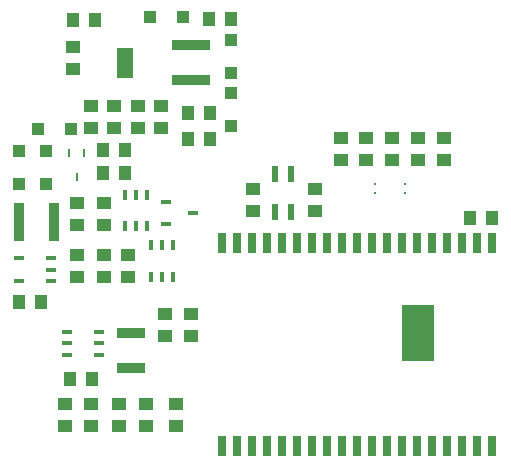
<source format=gbr>
G04 DipTrace 3.3.1.3*
G04 TopPaste.gbr*
%MOIN*%
G04 #@! TF.FileFunction,Paste,Top*
G04 #@! TF.Part,Single*
%AMOUTLINE2*
4,1,4,
0.019606,-0.019606,
-0.019606,-0.019606,
-0.019606,0.019606,
0.019606,0.019606,
0.019606,-0.019606,
0*%
%ADD96R,0.110079X0.188819*%
%ADD98R,0.027402X0.070709*%
%ADD104R,0.015591X0.035276*%
%ADD106R,0.054961X0.102205*%
%ADD108R,0.047087X0.00378*%
%ADD114R,0.035276X0.015591*%
%ADD118R,0.011654X0.011654*%
%ADD120R,0.011654X0.025433*%
%ADD122R,0.033307X0.017559*%
%ADD124R,0.035276X0.125827*%
%ADD126R,0.098268X0.037244*%
%ADD128R,0.125827X0.035276*%
%ADD158R,0.023465X0.054961*%
%ADD162R,0.039213X0.039213*%
%ADD164R,0.04315X0.051024*%
%ADD166R,0.051024X0.04315*%
%ADD172OUTLINE2*%
%FSLAX26Y26*%
G04*
G70*
G90*
G75*
G01*
G04 TopPaste*
%LPD*%
D166*
X1314118Y917638D3*
Y842835D3*
D164*
X920417Y1897953D3*
X995220D3*
D166*
X1058213Y1610551D3*
Y1535748D3*
D164*
X1373173Y1901890D3*
X1447976D3*
X1377110Y1500315D3*
X1302307D3*
X2243252Y1236535D3*
X2318055D3*
D166*
X2070024Y1429449D3*
Y1504252D3*
D164*
X739315Y957008D3*
X814118D3*
D166*
X932228Y1287717D3*
Y1212913D3*
X1105457Y1114488D3*
Y1039685D3*
X1164512Y618425D3*
Y543622D3*
X1227504Y917638D3*
Y842835D3*
D164*
X909449Y700988D3*
X984252D3*
D166*
X1262937Y618425D3*
Y543622D3*
X1073961Y618425D3*
Y543622D3*
X920417Y1732598D3*
Y1807402D3*
D162*
X739315Y1350709D3*
Y1460945D3*
X1286559Y1905827D3*
X1176323D3*
X1447976Y1831024D3*
Y1720787D3*
Y1543622D3*
Y1653858D3*
X829866Y1460945D3*
Y1350709D3*
D158*
X1593646Y1256220D3*
Y1382205D3*
X1648764Y1256220D3*
Y1382205D3*
D172*
X802308Y1533783D3*
X912545D3*
D128*
X1314118Y1815276D3*
Y1697165D3*
D126*
X1113331Y854646D3*
Y736535D3*
D124*
X739336Y1224724D3*
X857446D3*
D122*
X1231441Y1291654D3*
Y1216850D3*
X1321992Y1254252D3*
D120*
X957822Y1455039D3*
X906635D3*
X932228Y1372362D3*
D166*
X980524Y618425D3*
Y543622D3*
X895328D3*
Y618425D3*
X979472Y1610551D3*
Y1535748D3*
X1518843Y1334961D3*
Y1260157D3*
X1727504Y1334961D3*
Y1260157D3*
D164*
X1377110Y1586929D3*
X1302307D3*
D166*
X1213724Y1535748D3*
Y1610551D3*
X1136953Y1535748D3*
Y1610551D3*
X1022780Y1287717D3*
Y1212913D3*
D164*
X1018843Y1388110D3*
X1093646D3*
D166*
X1022780Y1114488D3*
Y1039685D3*
X2156638Y1504252D3*
Y1429449D3*
X1983409D3*
Y1504252D3*
X1814118D3*
Y1429449D3*
X1896795D3*
Y1504252D3*
X932228Y1114488D3*
Y1039685D3*
D164*
X1093646Y1464882D3*
X1018843D3*
D118*
X2026717Y1350709D3*
Y1319213D3*
X1928291D3*
Y1350709D3*
D114*
X1006213Y782004D3*
Y819406D3*
Y856807D3*
X899913D3*
Y819406D3*
Y782004D3*
D108*
X1007031Y1819213D3*
Y1793622D3*
Y1768031D3*
Y1742441D3*
Y1716850D3*
Y1691260D3*
X1180260D3*
Y1716850D3*
Y1742441D3*
Y1768031D3*
Y1793622D3*
Y1819213D3*
D106*
X1093646Y1755236D3*
D104*
X1180260Y1039685D3*
X1217661D3*
X1255063D3*
Y1145984D3*
X1217661D3*
X1180260D3*
D98*
X2318055Y1153858D3*
X2268055Y1154252D3*
X2218055D3*
X2168055D3*
X2118055D3*
X2068055D3*
X2018055D3*
X1968055D3*
X1918055D3*
X1868055D3*
X1818055D3*
X1768055D3*
X1718055D3*
X1668055D3*
X1668436Y476218D3*
X1718436D3*
X1768436D3*
X1818434D3*
X1868436D3*
X1418436D3*
X1468436D3*
X1518436D3*
X1568436D3*
X1618436D3*
X1918094Y476220D3*
X1968094D3*
X2018094D3*
X2068094D3*
X2118094D3*
X2168094D3*
X2218094D3*
X2268094D3*
X2318094D3*
D96*
X2069945Y853858D3*
D98*
X1618395Y1154248D3*
X1568395D3*
X1518395D3*
X1468395D3*
X1418395D3*
D104*
X1168449Y1315276D3*
X1131047D3*
X1093646D3*
Y1208976D3*
X1131047D3*
X1168449D3*
D114*
X845614Y1027874D3*
Y1065276D3*
Y1102677D3*
X739315D3*
Y1027874D3*
M02*

</source>
